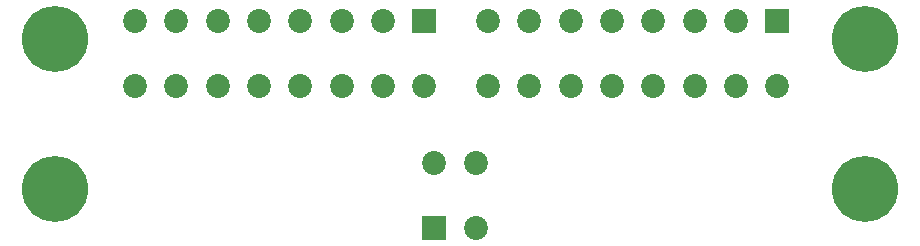
<source format=gbs>
G04 #@! TF.GenerationSoftware,KiCad,Pcbnew,7.0.7*
G04 #@! TF.CreationDate,2023-09-04T23:56:59-07:00*
G04 #@! TF.ProjectId,PT Board Ground Systems V1.1,50542042-6f61-4726-9420-47726f756e64,rev?*
G04 #@! TF.SameCoordinates,Original*
G04 #@! TF.FileFunction,Soldermask,Bot*
G04 #@! TF.FilePolarity,Negative*
%FSLAX46Y46*%
G04 Gerber Fmt 4.6, Leading zero omitted, Abs format (unit mm)*
G04 Created by KiCad (PCBNEW 7.0.7) date 2023-09-04 23:56:59*
%MOMM*%
%LPD*%
G01*
G04 APERTURE LIST*
%ADD10R,2.025000X2.025000*%
%ADD11C,2.025000*%
%ADD12C,3.600000*%
%ADD13C,5.600000*%
G04 APERTURE END LIST*
D10*
X60490000Y-28990000D03*
D11*
X60490000Y-34490000D03*
X56990000Y-28990000D03*
X56990000Y-34490000D03*
X53490000Y-28990000D03*
X53490000Y-34490000D03*
X49990000Y-28990000D03*
X49990000Y-34490000D03*
X46490000Y-28990000D03*
X46490000Y-34490000D03*
X42990000Y-28990000D03*
X42990000Y-34490000D03*
X39490000Y-28990000D03*
X39490000Y-34490000D03*
X35990000Y-28990000D03*
X35990000Y-34490000D03*
D12*
X97790000Y-30480000D03*
D13*
X97790000Y-30480000D03*
D10*
X90380000Y-28980000D03*
D11*
X90380000Y-34480000D03*
X86880000Y-28980000D03*
X86880000Y-34480000D03*
X83380000Y-28980000D03*
X83380000Y-34480000D03*
X79880000Y-28980000D03*
X79880000Y-34480000D03*
X76380000Y-28980000D03*
X76380000Y-34480000D03*
X72880000Y-28980000D03*
X72880000Y-34480000D03*
X69380000Y-28980000D03*
X69380000Y-34480000D03*
X65880000Y-28980000D03*
X65880000Y-34480000D03*
D12*
X29210000Y-30480000D03*
D13*
X29210000Y-30480000D03*
D10*
X61340000Y-46530000D03*
D11*
X61340000Y-41030000D03*
X64840000Y-46530000D03*
X64840000Y-41030000D03*
D12*
X29210000Y-43180000D03*
D13*
X29210000Y-43180000D03*
D12*
X97790000Y-43180000D03*
D13*
X97790000Y-43180000D03*
M02*

</source>
